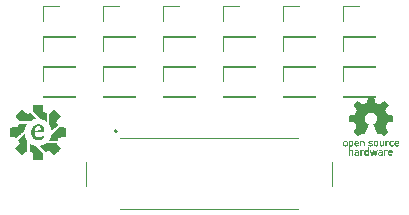
<source format=gbr>
%TF.GenerationSoftware,KiCad,Pcbnew,(6.0.0)*%
%TF.CreationDate,2022-01-24T18:04:17-05:00*%
%TF.ProjectId,3do switch,33646f20-7377-4697-9463-682e6b696361,rev?*%
%TF.SameCoordinates,Original*%
%TF.FileFunction,Legend,Top*%
%TF.FilePolarity,Positive*%
%FSLAX46Y46*%
G04 Gerber Fmt 4.6, Leading zero omitted, Abs format (unit mm)*
G04 Created by KiCad (PCBNEW (6.0.0)) date 2022-01-24 18:04:17*
%MOMM*%
%LPD*%
G01*
G04 APERTURE LIST*
%ADD10C,0.120000*%
%ADD11C,0.200000*%
%ADD12C,0.100000*%
G04 APERTURE END LIST*
D10*
%TO.C,J7*%
X153730000Y-92710000D02*
X153730000Y-92770000D01*
X151070000Y-92710000D02*
X151070000Y-92770000D01*
X151070000Y-92710000D02*
X153730000Y-92710000D01*
X151070000Y-91440000D02*
X151070000Y-90110000D01*
X151070000Y-92770000D02*
X153730000Y-92770000D01*
X151070000Y-90110000D02*
X152400000Y-90110000D01*
%TO.C,J2*%
X135830000Y-90230000D02*
X138490000Y-90230000D01*
X135830000Y-90170000D02*
X138490000Y-90170000D01*
X135830000Y-87570000D02*
X137160000Y-87570000D01*
X135830000Y-90170000D02*
X135830000Y-90230000D01*
X138490000Y-90170000D02*
X138490000Y-90230000D01*
X135830000Y-88900000D02*
X135830000Y-87570000D01*
%TO.C,J18*%
X156150000Y-87630000D02*
X156150000Y-87690000D01*
X156150000Y-86360000D02*
X156150000Y-85030000D01*
X156150000Y-87630000D02*
X158810000Y-87630000D01*
X156150000Y-87690000D02*
X158810000Y-87690000D01*
X156150000Y-85030000D02*
X157480000Y-85030000D01*
X158810000Y-87630000D02*
X158810000Y-87690000D01*
%TO.C,J8*%
X151070000Y-88900000D02*
X151070000Y-87570000D01*
X151070000Y-90170000D02*
X151070000Y-90230000D01*
X151070000Y-90230000D02*
X153730000Y-90230000D01*
X153730000Y-90170000D02*
X153730000Y-90230000D01*
X151070000Y-87570000D02*
X152400000Y-87570000D01*
X151070000Y-90170000D02*
X153730000Y-90170000D01*
%TO.C,G\u002A\u002A\u002A*%
G36*
X163564993Y-96460866D02*
G01*
X163600637Y-96466275D01*
X163633668Y-96473958D01*
X163656464Y-96481902D01*
X163680117Y-96493462D01*
X163701322Y-96505807D01*
X163717357Y-96517151D01*
X163725498Y-96525712D01*
X163725994Y-96527442D01*
X163722224Y-96534483D01*
X163712270Y-96548032D01*
X163698238Y-96565233D01*
X163697362Y-96566261D01*
X163668687Y-96599826D01*
X163633984Y-96580241D01*
X163603154Y-96567083D01*
X163568288Y-96558912D01*
X163533299Y-96556109D01*
X163502099Y-96559058D01*
X163483074Y-96565511D01*
X163463593Y-96580755D01*
X163453470Y-96599678D01*
X163452969Y-96619409D01*
X163462354Y-96637077D01*
X163475585Y-96647017D01*
X163490993Y-96652231D01*
X163513941Y-96656876D01*
X163539470Y-96659950D01*
X163539572Y-96659958D01*
X163591511Y-96665225D01*
X163632705Y-96672565D01*
X163664838Y-96682699D01*
X163689596Y-96696351D01*
X163708663Y-96714241D01*
X163723725Y-96737092D01*
X163724924Y-96739383D01*
X163736066Y-96771406D01*
X163740401Y-96807819D01*
X163737763Y-96843604D01*
X163729302Y-96871098D01*
X163707979Y-96902060D01*
X163676943Y-96927812D01*
X163638152Y-96947634D01*
X163593563Y-96960800D01*
X163545133Y-96966589D01*
X163494821Y-96964276D01*
X163482227Y-96962356D01*
X163457655Y-96956252D01*
X163429134Y-96946572D01*
X163408164Y-96937800D01*
X163385295Y-96925956D01*
X163362422Y-96912200D01*
X163342168Y-96898355D01*
X163327159Y-96886242D01*
X163320020Y-96877685D01*
X163319766Y-96876437D01*
X163324172Y-96870578D01*
X163335719Y-96858995D01*
X163352020Y-96844063D01*
X163354092Y-96842239D01*
X163388338Y-96812204D01*
X163416459Y-96831552D01*
X163454532Y-96853264D01*
X163493364Y-96865304D01*
X163537777Y-96869144D01*
X163539478Y-96869148D01*
X163580015Y-96866206D01*
X163609687Y-96857297D01*
X163628679Y-96842300D01*
X163637179Y-96821094D01*
X163637327Y-96805399D01*
X163633565Y-96790105D01*
X163624649Y-96778542D01*
X163608918Y-96769940D01*
X163584711Y-96763525D01*
X163550366Y-96758527D01*
X163532439Y-96756656D01*
X163481491Y-96749892D01*
X163441236Y-96740022D01*
X163410083Y-96726253D01*
X163386437Y-96707793D01*
X163368707Y-96683849D01*
X163362760Y-96672225D01*
X163355509Y-96649819D01*
X163351411Y-96624215D01*
X163351082Y-96616686D01*
X163356006Y-96572007D01*
X163371189Y-96534461D01*
X163396596Y-96504083D01*
X163432194Y-96480908D01*
X163477948Y-96464969D01*
X163504966Y-96459672D01*
X163531511Y-96458432D01*
X163564993Y-96460866D01*
G37*
G36*
X165361509Y-96458847D02*
G01*
X165385168Y-96462973D01*
X165395236Y-96465443D01*
X165435930Y-96479886D01*
X165474014Y-96500751D01*
X165504813Y-96525425D01*
X165507551Y-96528254D01*
X165517071Y-96539261D01*
X165518440Y-96546479D01*
X165512160Y-96555144D01*
X165510316Y-96557195D01*
X165497847Y-96569426D01*
X165481083Y-96584039D01*
X165475342Y-96588697D01*
X165452336Y-96606942D01*
X165423527Y-96586636D01*
X165404529Y-96574754D01*
X165386578Y-96568086D01*
X165364017Y-96564829D01*
X165352761Y-96564096D01*
X165312789Y-96565986D01*
X165280968Y-96576800D01*
X165256104Y-96597155D01*
X165239468Y-96622574D01*
X165231785Y-96639631D01*
X165227075Y-96656228D01*
X165224651Y-96676334D01*
X165223823Y-96703915D01*
X165223784Y-96712860D01*
X165224284Y-96743618D01*
X165226301Y-96765822D01*
X165230469Y-96783391D01*
X165237424Y-96800244D01*
X165238192Y-96801825D01*
X165258541Y-96830264D01*
X165286235Y-96850349D01*
X165318967Y-96861672D01*
X165354431Y-96863831D01*
X165390322Y-96856417D01*
X165424332Y-96839027D01*
X165429273Y-96835423D01*
X165451728Y-96818296D01*
X165475038Y-96836782D01*
X165492005Y-96851044D01*
X165506622Y-96864658D01*
X165510257Y-96868459D01*
X165518232Y-96878513D01*
X165517684Y-96885808D01*
X165510257Y-96894882D01*
X165485455Y-96916747D01*
X165453092Y-96937273D01*
X165418013Y-96953538D01*
X165406201Y-96957619D01*
X165377901Y-96965074D01*
X165352670Y-96967908D01*
X165324978Y-96966394D01*
X165300997Y-96962867D01*
X165263084Y-96951771D01*
X165224798Y-96932577D01*
X165191687Y-96908200D01*
X165185283Y-96902062D01*
X165158355Y-96866354D01*
X165138320Y-96822106D01*
X165125743Y-96771558D01*
X165121187Y-96716952D01*
X165124978Y-96662132D01*
X165138010Y-96605468D01*
X165159298Y-96558168D01*
X165188973Y-96520091D01*
X165227166Y-96491097D01*
X165274008Y-96471047D01*
X165312129Y-96462238D01*
X165339430Y-96458690D01*
X165361509Y-96458847D01*
G37*
G36*
X164396230Y-96634023D02*
G01*
X164396826Y-96685054D01*
X164397463Y-96725104D01*
X164398263Y-96755694D01*
X164399342Y-96778346D01*
X164400819Y-96794580D01*
X164402814Y-96805918D01*
X164405445Y-96813882D01*
X164408831Y-96819993D01*
X164410967Y-96822994D01*
X164432121Y-96846186D01*
X164454753Y-96859097D01*
X164482631Y-96863738D01*
X164487515Y-96863845D01*
X164522195Y-96859554D01*
X164549314Y-96845627D01*
X164570032Y-96821387D01*
X164574683Y-96812980D01*
X164578974Y-96804003D01*
X164582291Y-96794969D01*
X164584759Y-96784197D01*
X164586504Y-96770008D01*
X164587649Y-96750721D01*
X164588321Y-96724655D01*
X164588644Y-96690131D01*
X164588744Y-96645468D01*
X164588749Y-96624014D01*
X164588749Y-96462798D01*
X164688774Y-96462798D01*
X164688774Y-96962921D01*
X164588749Y-96962921D01*
X164588749Y-96913754D01*
X164557699Y-96934650D01*
X164516748Y-96955917D01*
X164474322Y-96966291D01*
X164432687Y-96965289D01*
X164423083Y-96963307D01*
X164379802Y-96946638D01*
X164343647Y-96919845D01*
X164315395Y-96883573D01*
X164306235Y-96866022D01*
X164302111Y-96856638D01*
X164298862Y-96847436D01*
X164296383Y-96836855D01*
X164294569Y-96823328D01*
X164293318Y-96805292D01*
X164292523Y-96781183D01*
X164292080Y-96749436D01*
X164291886Y-96708487D01*
X164291835Y-96656771D01*
X164291833Y-96650344D01*
X164291801Y-96465924D01*
X164343092Y-96464113D01*
X164394384Y-96462302D01*
X164396230Y-96634023D01*
G37*
G36*
X162954604Y-97254084D02*
G01*
X162968038Y-97259643D01*
X162985721Y-97268697D01*
X162997637Y-97276371D01*
X163000859Y-97280103D01*
X162997110Y-97286956D01*
X162987104Y-97300800D01*
X162972699Y-97319116D01*
X162966211Y-97327025D01*
X162931564Y-97368766D01*
X162911510Y-97356539D01*
X162882073Y-97345323D01*
X162851339Y-97345030D01*
X162822211Y-97354808D01*
X162797596Y-97373807D01*
X162783618Y-97394039D01*
X162779326Y-97403062D01*
X162776009Y-97412136D01*
X162773541Y-97422943D01*
X162771797Y-97437165D01*
X162770651Y-97456483D01*
X162769980Y-97482579D01*
X162769657Y-97517135D01*
X162769557Y-97561833D01*
X162769552Y-97583148D01*
X162769552Y-97744364D01*
X162669527Y-97744364D01*
X162669527Y-97250492D01*
X162769552Y-97250492D01*
X162769552Y-97301479D01*
X162794510Y-97280115D01*
X162829677Y-97257909D01*
X162869812Y-97245965D01*
X162912320Y-97244588D01*
X162954604Y-97254084D01*
G37*
G36*
X163898897Y-97419002D02*
G01*
X163913066Y-97462228D01*
X163926158Y-97501047D01*
X163937658Y-97534018D01*
X163947048Y-97559696D01*
X163953813Y-97576638D01*
X163957434Y-97583400D01*
X163957744Y-97583395D01*
X163960441Y-97576314D01*
X163965879Y-97558806D01*
X163973581Y-97532524D01*
X163983070Y-97499124D01*
X163993867Y-97460260D01*
X164004192Y-97422409D01*
X164015730Y-97379880D01*
X164026300Y-97341149D01*
X164035434Y-97307913D01*
X164042664Y-97281867D01*
X164047522Y-97264707D01*
X164049463Y-97258306D01*
X164056500Y-97253953D01*
X164074142Y-97251390D01*
X164103263Y-97250495D01*
X164105593Y-97250492D01*
X164132597Y-97250977D01*
X164148722Y-97252595D01*
X164155557Y-97255595D01*
X164155810Y-97258306D01*
X164153068Y-97266505D01*
X164147194Y-97284612D01*
X164138836Y-97310618D01*
X164128638Y-97342513D01*
X164117248Y-97378288D01*
X164117133Y-97378649D01*
X164103173Y-97422526D01*
X164086840Y-97473767D01*
X164069585Y-97527832D01*
X164052855Y-97580180D01*
X164040824Y-97617770D01*
X164000272Y-97744364D01*
X163910124Y-97744364D01*
X163860625Y-97578315D01*
X163847580Y-97534932D01*
X163835537Y-97495601D01*
X163824992Y-97461880D01*
X163816436Y-97435325D01*
X163810366Y-97417492D01*
X163807274Y-97409938D01*
X163807145Y-97409806D01*
X163804412Y-97414899D01*
X163798679Y-97430504D01*
X163790431Y-97455128D01*
X163780155Y-97487276D01*
X163768337Y-97525454D01*
X163755463Y-97568166D01*
X163753643Y-97574291D01*
X163704123Y-97741238D01*
X163658726Y-97743076D01*
X163632579Y-97743366D01*
X163617095Y-97741492D01*
X163610583Y-97737237D01*
X163610413Y-97736825D01*
X163607099Y-97726944D01*
X163600681Y-97707200D01*
X163591648Y-97679135D01*
X163580488Y-97644289D01*
X163567692Y-97604204D01*
X163553747Y-97560421D01*
X163539143Y-97514480D01*
X163524369Y-97467923D01*
X163509913Y-97422290D01*
X163496265Y-97379123D01*
X163483914Y-97339962D01*
X163473348Y-97306349D01*
X163465056Y-97279824D01*
X163459528Y-97261929D01*
X163457252Y-97254205D01*
X163457221Y-97254029D01*
X163462992Y-97252426D01*
X163478387Y-97251203D01*
X163500526Y-97250550D01*
X163510065Y-97250492D01*
X163562909Y-97250492D01*
X163568448Y-97270810D01*
X163571600Y-97282430D01*
X163577486Y-97304182D01*
X163585582Y-97334124D01*
X163595362Y-97370316D01*
X163606303Y-97410819D01*
X163614065Y-97439565D01*
X163625233Y-97480475D01*
X163635456Y-97517062D01*
X163644258Y-97547694D01*
X163651165Y-97570741D01*
X163655701Y-97584573D01*
X163657270Y-97587917D01*
X163659908Y-97582185D01*
X163665805Y-97566040D01*
X163674449Y-97540989D01*
X163685330Y-97508542D01*
X163697936Y-97470207D01*
X163711757Y-97427491D01*
X163713927Y-97420724D01*
X163767459Y-97253618D01*
X163805839Y-97251764D01*
X163844219Y-97249911D01*
X163898897Y-97419002D01*
G37*
G36*
X161207924Y-96615908D02*
G01*
X161218378Y-96580103D01*
X161234249Y-96549849D01*
X161256248Y-96522975D01*
X161265719Y-96513789D01*
X161305089Y-96485134D01*
X161348116Y-96467034D01*
X161393003Y-96459129D01*
X161437955Y-96461056D01*
X161481176Y-96472456D01*
X161520871Y-96492967D01*
X161555243Y-96522228D01*
X161582497Y-96559878D01*
X161591926Y-96579377D01*
X161599106Y-96604811D01*
X161604084Y-96639300D01*
X161606863Y-96679595D01*
X161607445Y-96722443D01*
X161605834Y-96764595D01*
X161602031Y-96802798D01*
X161596041Y-96833802D01*
X161591695Y-96846896D01*
X161569178Y-96886289D01*
X161538097Y-96919732D01*
X161501070Y-96944783D01*
X161475483Y-96955277D01*
X161438255Y-96963121D01*
X161397686Y-96965788D01*
X161362458Y-96963036D01*
X161317470Y-96948863D01*
X161276457Y-96923032D01*
X161260899Y-96909091D01*
X161237617Y-96881840D01*
X161220568Y-96851065D01*
X161209113Y-96814692D01*
X161202611Y-96770644D01*
X161200424Y-96716846D01*
X161200416Y-96712860D01*
X161303566Y-96712860D01*
X161304347Y-96753214D01*
X161307187Y-96783524D01*
X161312830Y-96806180D01*
X161322023Y-96823574D01*
X161335509Y-96838094D01*
X161344969Y-96845678D01*
X161372617Y-96859083D01*
X161405090Y-96863697D01*
X161438301Y-96859496D01*
X161468158Y-96846454D01*
X161468193Y-96846431D01*
X161483929Y-96831791D01*
X161495182Y-96810494D01*
X161502390Y-96781015D01*
X161505991Y-96741827D01*
X161506604Y-96712622D01*
X161506359Y-96679832D01*
X161505189Y-96656421D01*
X161502657Y-96639273D01*
X161498328Y-96625271D01*
X161492675Y-96613059D01*
X161473162Y-96587171D01*
X161447431Y-96570271D01*
X161417961Y-96562361D01*
X161387228Y-96563446D01*
X161357709Y-96573528D01*
X161331882Y-96592609D01*
X161316407Y-96612856D01*
X161310893Y-96623818D01*
X161307198Y-96636236D01*
X161304976Y-96652807D01*
X161303882Y-96676228D01*
X161303568Y-96709198D01*
X161303566Y-96712860D01*
X161200416Y-96712860D01*
X161202174Y-96659437D01*
X161207924Y-96615908D01*
G37*
G36*
X165556994Y-96631537D02*
G01*
X165574106Y-96578495D01*
X165599239Y-96534780D01*
X165632169Y-96500633D01*
X165672671Y-96476291D01*
X165715267Y-96462995D01*
X165764392Y-96459200D01*
X165812096Y-96467477D01*
X165856916Y-96487394D01*
X165894516Y-96515789D01*
X165918249Y-96541071D01*
X165935270Y-96567451D01*
X165946639Y-96597731D01*
X165953417Y-96634718D01*
X165956622Y-96680039D01*
X165959186Y-96750369D01*
X165651511Y-96750369D01*
X165651511Y-96767799D01*
X165655703Y-96789144D01*
X165666490Y-96813823D01*
X165681184Y-96836790D01*
X165696750Y-96852748D01*
X165716254Y-96861555D01*
X165743149Y-96866956D01*
X165772681Y-96868513D01*
X165800095Y-96865786D01*
X165809955Y-96863217D01*
X165830103Y-96854624D01*
X165851265Y-96842850D01*
X165854816Y-96840524D01*
X165877443Y-96825169D01*
X165911388Y-96854170D01*
X165928093Y-96869098D01*
X165940211Y-96881179D01*
X165945302Y-96887966D01*
X165945333Y-96888207D01*
X165940910Y-96894868D01*
X165929731Y-96905882D01*
X165923250Y-96911447D01*
X165877918Y-96940941D01*
X165827452Y-96959787D01*
X165774105Y-96967426D01*
X165720130Y-96963295D01*
X165717152Y-96962708D01*
X165668788Y-96947074D01*
X165628048Y-96921624D01*
X165595298Y-96886724D01*
X165570903Y-96842741D01*
X165558300Y-96803969D01*
X165554012Y-96777379D01*
X165551549Y-96743025D01*
X165550946Y-96705519D01*
X165552238Y-96669472D01*
X165552278Y-96669099D01*
X165651511Y-96669099D01*
X165859203Y-96669099D01*
X165854909Y-96645656D01*
X165843114Y-96609713D01*
X165823028Y-96582311D01*
X165795667Y-96564359D01*
X165762051Y-96556768D01*
X165755202Y-96556571D01*
X165726697Y-96559620D01*
X165702480Y-96567698D01*
X165701581Y-96568170D01*
X165682437Y-96583933D01*
X165665765Y-96607124D01*
X165654550Y-96632786D01*
X165651511Y-96651328D01*
X165651511Y-96669099D01*
X165552278Y-96669099D01*
X165555460Y-96639494D01*
X165556994Y-96631537D01*
G37*
G36*
X164964657Y-97255579D02*
G01*
X165000685Y-97274426D01*
X165003377Y-97279283D01*
X165000490Y-97287879D01*
X164991049Y-97301992D01*
X164974080Y-97323397D01*
X164973301Y-97324346D01*
X164937206Y-97368221D01*
X164912728Y-97355462D01*
X164881401Y-97345525D01*
X164849879Y-97346753D01*
X164820887Y-97358292D01*
X164797153Y-97379290D01*
X164787245Y-97394722D01*
X164783882Y-97402595D01*
X164781277Y-97412474D01*
X164779335Y-97425944D01*
X164777964Y-97444591D01*
X164777070Y-97470000D01*
X164776559Y-97503757D01*
X164776338Y-97547446D01*
X164776305Y-97580261D01*
X164776295Y-97744364D01*
X164676271Y-97744364D01*
X164676271Y-97250492D01*
X164776295Y-97250492D01*
X164776295Y-97294889D01*
X164798163Y-97278210D01*
X164836140Y-97256756D01*
X164878323Y-97245800D01*
X164922050Y-97245391D01*
X164964657Y-97255579D01*
G37*
G36*
X165047295Y-96461486D02*
G01*
X165084683Y-96469594D01*
X165112158Y-96482421D01*
X165132720Y-96495129D01*
X165120520Y-96511784D01*
X165109374Y-96526055D01*
X165094083Y-96544505D01*
X165084309Y-96555863D01*
X165060297Y-96583286D01*
X165040512Y-96573054D01*
X165015575Y-96565096D01*
X164986885Y-96563181D01*
X164959775Y-96567232D01*
X164943180Y-96574468D01*
X164932270Y-96581898D01*
X164923622Y-96589178D01*
X164916943Y-96597801D01*
X164911940Y-96609263D01*
X164908320Y-96625055D01*
X164905791Y-96646674D01*
X164904058Y-96675612D01*
X164902830Y-96713364D01*
X164901813Y-96761424D01*
X164901326Y-96787878D01*
X164898200Y-96959796D01*
X164846625Y-96961611D01*
X164795050Y-96963427D01*
X164795050Y-96462293D01*
X164846625Y-96464108D01*
X164898200Y-96465924D01*
X164901326Y-96490400D01*
X164903804Y-96505413D01*
X164906912Y-96509819D01*
X164912185Y-96505481D01*
X164912969Y-96504542D01*
X164938175Y-96483131D01*
X164970995Y-96468593D01*
X165008384Y-96461265D01*
X165047295Y-96461486D01*
G37*
G36*
X163801506Y-96654460D02*
G01*
X163806502Y-96615000D01*
X163814405Y-96583404D01*
X163816555Y-96577796D01*
X163839754Y-96537152D01*
X163870843Y-96504667D01*
X163908002Y-96480621D01*
X163949414Y-96465294D01*
X163993257Y-96458968D01*
X164037715Y-96461922D01*
X164080966Y-96474438D01*
X164121192Y-96496796D01*
X164153529Y-96525813D01*
X164171421Y-96547655D01*
X164184676Y-96569350D01*
X164193932Y-96593289D01*
X164199824Y-96621867D01*
X164202988Y-96657476D01*
X164204061Y-96702509D01*
X164204076Y-96715986D01*
X164203784Y-96753881D01*
X164202898Y-96781993D01*
X164201118Y-96803039D01*
X164198143Y-96819735D01*
X164193674Y-96834799D01*
X164189811Y-96845035D01*
X164171370Y-96878013D01*
X164144392Y-96909539D01*
X164112615Y-96935797D01*
X164086858Y-96950182D01*
X164052214Y-96960546D01*
X164011970Y-96965441D01*
X163972045Y-96964265D01*
X163962256Y-96962858D01*
X163916169Y-96948832D01*
X163875489Y-96924331D01*
X163842048Y-96890762D01*
X163819063Y-96852669D01*
X163809981Y-96824055D01*
X163803654Y-96786582D01*
X163800112Y-96743596D01*
X163799614Y-96712622D01*
X163901217Y-96712622D01*
X163902648Y-96758243D01*
X163907290Y-96793237D01*
X163915962Y-96819248D01*
X163929484Y-96837919D01*
X163948675Y-96850895D01*
X163974355Y-96859820D01*
X163974593Y-96859881D01*
X164011133Y-96863735D01*
X164044176Y-96856316D01*
X164063136Y-96845466D01*
X164079187Y-96831558D01*
X164090564Y-96816017D01*
X164098008Y-96796462D01*
X164102256Y-96770510D01*
X164104048Y-96735778D01*
X164104255Y-96712860D01*
X164103996Y-96678861D01*
X164102989Y-96654662D01*
X164100888Y-96637566D01*
X164097345Y-96624874D01*
X164092015Y-96613891D01*
X164091414Y-96612856D01*
X164068888Y-96585289D01*
X164040170Y-96568568D01*
X164005487Y-96562825D01*
X164004771Y-96562823D01*
X163968643Y-96567473D01*
X163940344Y-96581670D01*
X163919209Y-96605788D01*
X163915146Y-96613059D01*
X163908871Y-96626870D01*
X163904778Y-96641081D01*
X163902430Y-96658809D01*
X163901393Y-96683170D01*
X163901217Y-96712622D01*
X163799614Y-96712622D01*
X163799386Y-96698440D01*
X163801506Y-96654460D01*
G37*
G36*
X162183894Y-96579101D02*
G01*
X162205798Y-96538073D01*
X162226152Y-96513288D01*
X162262052Y-96485782D01*
X162303372Y-96468143D01*
X162347907Y-96460332D01*
X162393448Y-96462312D01*
X162437787Y-96474044D01*
X162478717Y-96495489D01*
X162506090Y-96518165D01*
X162532648Y-96550759D01*
X162551600Y-96588594D01*
X162563514Y-96633407D01*
X162568960Y-96686930D01*
X162569455Y-96711297D01*
X162569502Y-96750369D01*
X162256359Y-96750369D01*
X162260532Y-96773812D01*
X162271862Y-96809670D01*
X162291116Y-96838031D01*
X162316314Y-96856645D01*
X162352809Y-96867639D01*
X162392307Y-96867834D01*
X162432179Y-96857592D01*
X162469796Y-96837275D01*
X162472864Y-96835052D01*
X162480121Y-96830788D01*
X162487438Y-96830842D01*
X162497584Y-96836362D01*
X162513330Y-96848494D01*
X162521488Y-96855185D01*
X162557349Y-96884777D01*
X162528857Y-96910966D01*
X162506872Y-96928007D01*
X162481673Y-96943062D01*
X162467701Y-96949376D01*
X162432580Y-96959114D01*
X162392941Y-96964766D01*
X162354307Y-96965811D01*
X162326516Y-96962715D01*
X162283452Y-96948874D01*
X162244373Y-96926949D01*
X162221209Y-96907443D01*
X162195244Y-96872730D01*
X162176207Y-96830000D01*
X162164068Y-96781625D01*
X162158797Y-96729975D01*
X162160364Y-96677424D01*
X162161729Y-96669099D01*
X162257238Y-96669099D01*
X162463226Y-96669099D01*
X162463226Y-96651328D01*
X162458339Y-96627179D01*
X162445667Y-96601635D01*
X162428195Y-96579653D01*
X162413156Y-96568170D01*
X162384414Y-96558494D01*
X162352499Y-96556741D01*
X162322371Y-96562794D01*
X162306299Y-96570720D01*
X162284016Y-96592597D01*
X162267796Y-96623361D01*
X162260906Y-96648781D01*
X162257238Y-96669099D01*
X162161729Y-96669099D01*
X162168740Y-96626342D01*
X162183894Y-96579101D01*
G37*
G36*
X161794312Y-96462798D02*
G01*
X161794312Y-96511965D01*
X161825362Y-96491070D01*
X161865543Y-96470547D01*
X161907145Y-96460892D01*
X161948346Y-96461514D01*
X161987328Y-96471821D01*
X162022270Y-96491222D01*
X162051352Y-96519125D01*
X162072756Y-96554939D01*
X162079452Y-96573668D01*
X162083827Y-96596517D01*
X162086986Y-96628754D01*
X162088928Y-96667334D01*
X162089651Y-96709209D01*
X162089156Y-96751333D01*
X162087441Y-96790661D01*
X162084505Y-96824146D01*
X162080348Y-96848742D01*
X162079536Y-96851763D01*
X162062086Y-96890746D01*
X162035496Y-96922870D01*
X162001758Y-96946972D01*
X161962864Y-96961887D01*
X161920806Y-96966451D01*
X161889771Y-96962693D01*
X161867560Y-96955327D01*
X161842338Y-96943433D01*
X161827132Y-96934443D01*
X161794312Y-96912781D01*
X161794312Y-97103886D01*
X161794410Y-97159612D01*
X161794734Y-97203893D01*
X161795329Y-97237785D01*
X161796239Y-97262346D01*
X161797508Y-97278631D01*
X161799180Y-97287698D01*
X161801299Y-97290602D01*
X161802126Y-97290376D01*
X161812225Y-97283746D01*
X161826666Y-97273586D01*
X161828695Y-97272116D01*
X161864462Y-97253430D01*
X161904609Y-97244657D01*
X161946208Y-97245566D01*
X161986329Y-97255927D01*
X162022044Y-97275508D01*
X162037206Y-97288557D01*
X162049897Y-97301460D01*
X162060116Y-97313126D01*
X162068145Y-97325054D01*
X162074265Y-97338744D01*
X162078760Y-97355694D01*
X162081912Y-97377404D01*
X162084002Y-97405373D01*
X162085314Y-97441100D01*
X162086129Y-97486085D01*
X162086729Y-97541827D01*
X162086827Y-97552129D01*
X162088646Y-97744364D01*
X161988109Y-97744364D01*
X161988100Y-97580261D01*
X161987966Y-97525995D01*
X161987397Y-97482721D01*
X161986127Y-97448927D01*
X161983893Y-97423103D01*
X161980429Y-97403738D01*
X161975472Y-97389322D01*
X161968756Y-97378344D01*
X161960018Y-97369294D01*
X161949751Y-97361214D01*
X161922380Y-97348325D01*
X161891479Y-97345062D01*
X161860488Y-97350771D01*
X161832851Y-97364799D01*
X161812008Y-97386494D01*
X161811397Y-97387461D01*
X161807203Y-97394706D01*
X161803920Y-97402412D01*
X161801413Y-97412172D01*
X161799549Y-97425577D01*
X161798195Y-97444222D01*
X161797217Y-97469697D01*
X161796481Y-97503597D01*
X161795855Y-97547512D01*
X161795502Y-97577135D01*
X161793566Y-97744364D01*
X161694287Y-97744364D01*
X161694287Y-96725623D01*
X161793912Y-96725623D01*
X161797243Y-96765414D01*
X161805033Y-96801046D01*
X161817301Y-96829379D01*
X161823296Y-96837764D01*
X161843881Y-96853372D01*
X161871349Y-96862293D01*
X161901777Y-96864127D01*
X161931244Y-96858480D01*
X161948309Y-96850429D01*
X161961924Y-96840073D01*
X161971790Y-96827347D01*
X161978468Y-96810193D01*
X161982518Y-96786556D01*
X161984502Y-96754380D01*
X161984984Y-96715986D01*
X161984699Y-96678724D01*
X161983677Y-96651514D01*
X161981669Y-96631916D01*
X161978425Y-96617489D01*
X161973714Y-96605828D01*
X161957298Y-96582914D01*
X161934605Y-96569064D01*
X161904142Y-96563596D01*
X161881847Y-96564032D01*
X161859125Y-96566336D01*
X161844522Y-96570372D01*
X161833655Y-96577959D01*
X161824800Y-96587694D01*
X161810484Y-96612709D01*
X161800551Y-96646130D01*
X161795021Y-96684815D01*
X161793912Y-96725623D01*
X161694287Y-96725623D01*
X161694287Y-96462798D01*
X161794312Y-96462798D01*
G37*
G36*
X163010236Y-97500554D02*
G01*
X163010534Y-97449432D01*
X163011735Y-97408955D01*
X163014295Y-97377270D01*
X163018671Y-97352528D01*
X163025322Y-97332877D01*
X163034704Y-97316465D01*
X163047274Y-97301443D01*
X163063188Y-97286230D01*
X163094730Y-97262925D01*
X163128105Y-97249481D01*
X163167283Y-97244433D01*
X163176627Y-97244302D01*
X163204083Y-97247443D01*
X163233133Y-97255674D01*
X163259405Y-97267342D01*
X163278526Y-97280796D01*
X163281380Y-97283881D01*
X163290540Y-97292273D01*
X163295314Y-97294253D01*
X163297033Y-97288315D01*
X163298695Y-97271758D01*
X163300193Y-97246464D01*
X163301420Y-97214317D01*
X163302268Y-97177201D01*
X163302363Y-97170785D01*
X163304058Y-97047317D01*
X163352508Y-97045491D01*
X163400957Y-97043665D01*
X163400957Y-97744364D01*
X163300932Y-97744364D01*
X163300932Y-97722483D01*
X163299274Y-97706086D01*
X163293775Y-97701470D01*
X163283648Y-97708290D01*
X163279171Y-97712975D01*
X163262795Y-97725019D01*
X163238305Y-97736148D01*
X163210078Y-97744859D01*
X163182487Y-97749651D01*
X163170978Y-97750122D01*
X163146154Y-97747683D01*
X163121202Y-97742243D01*
X163115795Y-97740505D01*
X163082657Y-97723135D01*
X163052302Y-97697005D01*
X163028805Y-97665791D01*
X163024851Y-97658388D01*
X163019907Y-97647724D01*
X163016223Y-97637291D01*
X163013615Y-97625095D01*
X163011897Y-97609143D01*
X163010886Y-97587442D01*
X163010396Y-97557999D01*
X163010278Y-97527486D01*
X163108056Y-97527486D01*
X163112603Y-97569552D01*
X163122300Y-97601685D01*
X163137431Y-97624740D01*
X163158281Y-97639566D01*
X163164451Y-97642097D01*
X163197227Y-97649449D01*
X163228004Y-97645832D01*
X163248365Y-97637811D01*
X163266363Y-97627296D01*
X163279519Y-97614413D01*
X163288537Y-97597164D01*
X163294121Y-97573550D01*
X163296976Y-97541573D01*
X163297804Y-97499233D01*
X163297805Y-97497428D01*
X163297546Y-97462439D01*
X163296547Y-97437222D01*
X163294476Y-97419052D01*
X163291003Y-97405206D01*
X163285794Y-97392958D01*
X163284875Y-97391152D01*
X163266249Y-97367231D01*
X163241259Y-97351665D01*
X163212662Y-97344486D01*
X163183212Y-97345724D01*
X163155665Y-97355411D01*
X163132776Y-97373578D01*
X163122028Y-97389312D01*
X163115445Y-97408902D01*
X163110862Y-97439000D01*
X163108372Y-97474638D01*
X163108056Y-97527486D01*
X163010278Y-97527486D01*
X163010244Y-97518820D01*
X163010236Y-97500554D01*
G37*
G36*
X163641147Y-92749406D02*
G01*
X163691844Y-92749508D01*
X163732396Y-92749748D01*
X163763982Y-92750181D01*
X163787781Y-92750864D01*
X163804972Y-92751854D01*
X163816734Y-92753207D01*
X163824246Y-92754980D01*
X163828686Y-92757228D01*
X163831235Y-92760010D01*
X163832108Y-92761505D01*
X163834678Y-92770210D01*
X163839204Y-92789795D01*
X163845398Y-92818839D01*
X163852971Y-92855921D01*
X163861633Y-92899621D01*
X163871095Y-92948520D01*
X163881068Y-93001196D01*
X163882715Y-93010004D01*
X163892763Y-93062967D01*
X163902416Y-93112209D01*
X163911379Y-93156339D01*
X163919355Y-93193968D01*
X163926050Y-93223705D01*
X163931165Y-93244161D01*
X163934407Y-93253946D01*
X163934759Y-93254457D01*
X163943050Y-93259406D01*
X163961149Y-93268103D01*
X163987202Y-93279788D01*
X164019352Y-93293700D01*
X164055746Y-93309079D01*
X164094530Y-93325166D01*
X164133848Y-93341200D01*
X164171846Y-93356422D01*
X164206669Y-93370071D01*
X164236463Y-93381387D01*
X164259374Y-93389611D01*
X164273546Y-93393981D01*
X164276449Y-93394485D01*
X164285327Y-93391783D01*
X164302018Y-93383093D01*
X164326931Y-93368158D01*
X164360477Y-93346719D01*
X164403064Y-93318517D01*
X164455103Y-93283294D01*
X164485329Y-93262601D01*
X164537697Y-93226641D01*
X164580738Y-93197134D01*
X164615437Y-93173465D01*
X164642782Y-93155019D01*
X164663759Y-93141181D01*
X164679353Y-93131336D01*
X164690552Y-93124870D01*
X164698342Y-93121169D01*
X164703709Y-93119616D01*
X164707639Y-93119597D01*
X164711120Y-93120499D01*
X164712570Y-93120967D01*
X164720560Y-93126500D01*
X164735784Y-93139775D01*
X164757068Y-93159596D01*
X164783237Y-93184767D01*
X164813115Y-93214092D01*
X164845527Y-93246373D01*
X164879298Y-93280415D01*
X164913254Y-93315023D01*
X164946218Y-93348999D01*
X164977015Y-93381147D01*
X165004472Y-93410271D01*
X165027411Y-93435176D01*
X165044659Y-93454664D01*
X165055040Y-93467539D01*
X165057615Y-93472199D01*
X165054175Y-93480076D01*
X165044375Y-93497008D01*
X165028993Y-93521784D01*
X165008809Y-93553195D01*
X164984600Y-93590031D01*
X164957147Y-93631082D01*
X164927227Y-93675138D01*
X164923207Y-93681009D01*
X164882854Y-93740317D01*
X164849586Y-93790165D01*
X164823476Y-93830440D01*
X164804595Y-93861026D01*
X164793018Y-93881809D01*
X164788815Y-93892674D01*
X164788798Y-93893039D01*
X164791265Y-93904109D01*
X164798147Y-93924451D01*
X164808667Y-93952271D01*
X164822049Y-93985776D01*
X164837517Y-94023174D01*
X164854294Y-94062672D01*
X164871604Y-94102476D01*
X164888669Y-94140794D01*
X164904714Y-94175833D01*
X164918962Y-94205799D01*
X164930636Y-94228900D01*
X164938960Y-94243343D01*
X164942200Y-94247235D01*
X164951142Y-94250301D01*
X164970912Y-94255253D01*
X165000031Y-94261780D01*
X165037017Y-94269570D01*
X165080392Y-94278311D01*
X165128676Y-94287689D01*
X165176633Y-94296699D01*
X165228208Y-94306325D01*
X165276311Y-94315474D01*
X165319453Y-94323851D01*
X165356144Y-94331158D01*
X165384892Y-94337099D01*
X165404209Y-94341378D01*
X165412389Y-94343600D01*
X165426455Y-94349510D01*
X165426455Y-94599037D01*
X165426424Y-94661644D01*
X165426298Y-94712903D01*
X165426026Y-94753969D01*
X165425559Y-94785997D01*
X165424848Y-94810144D01*
X165423842Y-94827563D01*
X165422492Y-94839409D01*
X165420748Y-94846839D01*
X165418561Y-94851007D01*
X165415881Y-94853069D01*
X165415515Y-94853233D01*
X165407027Y-94855428D01*
X165387696Y-94859615D01*
X165358973Y-94865504D01*
X165322310Y-94872806D01*
X165279156Y-94881233D01*
X165230964Y-94890496D01*
X165179886Y-94900173D01*
X165117302Y-94912073D01*
X165066124Y-94922106D01*
X165025429Y-94930480D01*
X164994294Y-94937406D01*
X164971796Y-94943095D01*
X164957011Y-94947757D01*
X164949017Y-94951601D01*
X164947399Y-94953108D01*
X164943171Y-94961448D01*
X164934987Y-94979875D01*
X164923493Y-95006850D01*
X164909333Y-95040836D01*
X164893154Y-95080294D01*
X164875600Y-95123684D01*
X164869757Y-95138250D01*
X164846766Y-95196390D01*
X164828743Y-95243565D01*
X164815535Y-95280215D01*
X164806988Y-95306780D01*
X164802947Y-95323701D01*
X164802675Y-95329813D01*
X164806784Y-95338820D01*
X164817228Y-95356777D01*
X164833175Y-95382391D01*
X164853791Y-95414366D01*
X164878245Y-95451409D01*
X164905704Y-95492226D01*
X164931526Y-95530001D01*
X164960757Y-95572746D01*
X164987592Y-95612557D01*
X165011223Y-95648192D01*
X165030844Y-95678411D01*
X165045648Y-95701972D01*
X165054828Y-95717635D01*
X165057615Y-95723948D01*
X165053317Y-95730628D01*
X165041062Y-95745065D01*
X165021804Y-95766246D01*
X164996498Y-95793158D01*
X164966098Y-95824790D01*
X164931561Y-95860130D01*
X164893840Y-95898165D01*
X164883656Y-95908343D01*
X164838398Y-95953362D01*
X164801083Y-95990140D01*
X164770928Y-96019390D01*
X164747149Y-96041827D01*
X164728962Y-96058161D01*
X164715583Y-96069106D01*
X164706229Y-96075376D01*
X164700115Y-96077681D01*
X164697673Y-96077458D01*
X164689838Y-96072975D01*
X164672983Y-96062229D01*
X164648375Y-96046066D01*
X164617281Y-96025330D01*
X164580970Y-96000865D01*
X164540708Y-95973514D01*
X164504985Y-95949082D01*
X164462442Y-95920128D01*
X164422776Y-95893574D01*
X164387250Y-95870232D01*
X164357128Y-95850915D01*
X164333673Y-95836434D01*
X164318149Y-95827601D01*
X164312152Y-95825141D01*
X164302529Y-95827990D01*
X164284245Y-95835827D01*
X164259579Y-95847591D01*
X164230814Y-95862219D01*
X164217747Y-95869128D01*
X164188011Y-95884520D01*
X164161454Y-95897313D01*
X164140329Y-95906494D01*
X164126887Y-95911047D01*
X164123996Y-95911325D01*
X164120606Y-95908452D01*
X164115281Y-95900185D01*
X164107738Y-95885879D01*
X164097691Y-95864888D01*
X164084857Y-95836569D01*
X164068951Y-95800276D01*
X164049691Y-95755365D01*
X164026790Y-95701190D01*
X163999967Y-95637107D01*
X163968935Y-95562472D01*
X163947390Y-95510449D01*
X163919701Y-95443343D01*
X163893469Y-95379434D01*
X163869081Y-95319689D01*
X163846927Y-95265076D01*
X163827393Y-95216561D01*
X163810869Y-95175111D01*
X163797743Y-95141694D01*
X163788403Y-95117276D01*
X163783237Y-95102824D01*
X163782301Y-95099273D01*
X163787759Y-95087847D01*
X163802657Y-95074321D01*
X163808870Y-95070067D01*
X163826656Y-95058132D01*
X163850060Y-95041793D01*
X163874684Y-95024131D01*
X163880392Y-95019960D01*
X163941133Y-94967961D01*
X163992184Y-94908842D01*
X164033213Y-94843777D01*
X164063886Y-94773939D01*
X164083874Y-94700501D01*
X164092842Y-94624636D01*
X164090458Y-94547516D01*
X164076391Y-94470314D01*
X164054669Y-94404684D01*
X164035103Y-94361811D01*
X164012112Y-94323186D01*
X163983393Y-94285485D01*
X163946644Y-94245386D01*
X163938589Y-94237248D01*
X163883189Y-94187993D01*
X163825487Y-94149533D01*
X163762639Y-94120173D01*
X163716660Y-94104870D01*
X163671965Y-94095565D01*
X163619790Y-94090421D01*
X163564444Y-94089439D01*
X163510236Y-94092619D01*
X163461475Y-94099961D01*
X163441592Y-94104870D01*
X163367943Y-94132327D01*
X163299930Y-94170104D01*
X163238567Y-94217119D01*
X163184869Y-94272286D01*
X163139850Y-94334523D01*
X163104525Y-94402745D01*
X163079907Y-94475870D01*
X163075233Y-94496288D01*
X163065205Y-94574841D01*
X163067194Y-94652763D01*
X163080726Y-94728831D01*
X163105328Y-94801825D01*
X163140528Y-94870520D01*
X163185853Y-94933696D01*
X163240829Y-94990131D01*
X163277860Y-95019960D01*
X163302114Y-95037478D01*
X163326222Y-95054425D01*
X163345788Y-95067721D01*
X163349382Y-95070067D01*
X163366766Y-95083750D01*
X163375398Y-95096090D01*
X163375951Y-95099273D01*
X163373612Y-95106954D01*
X163366855Y-95125210D01*
X163356067Y-95153075D01*
X163341637Y-95189580D01*
X163323953Y-95233760D01*
X163303403Y-95284647D01*
X163280376Y-95341273D01*
X163255260Y-95402673D01*
X163228443Y-95467880D01*
X163210862Y-95510449D01*
X163177071Y-95591973D01*
X163147664Y-95662543D01*
X163122357Y-95722804D01*
X163100866Y-95773400D01*
X163082907Y-95814977D01*
X163068197Y-95848179D01*
X163056450Y-95873651D01*
X163047383Y-95892039D01*
X163040712Y-95903986D01*
X163036152Y-95910138D01*
X163034256Y-95911325D01*
X163024888Y-95909117D01*
X163006850Y-95901838D01*
X162982394Y-95890502D01*
X162953773Y-95876123D01*
X162940504Y-95869128D01*
X162910676Y-95853594D01*
X162883967Y-95840468D01*
X162862659Y-95830812D01*
X162849031Y-95825687D01*
X162846100Y-95825141D01*
X162838246Y-95828579D01*
X162821396Y-95838350D01*
X162796813Y-95853642D01*
X162765761Y-95873644D01*
X162729503Y-95897542D01*
X162689302Y-95924526D01*
X162653267Y-95949082D01*
X162610677Y-95978193D01*
X162570980Y-96005125D01*
X162535443Y-96029033D01*
X162505333Y-96049073D01*
X162481918Y-96064400D01*
X162466464Y-96074169D01*
X162460578Y-96077458D01*
X162456034Y-96077190D01*
X162448720Y-96073387D01*
X162437852Y-96065336D01*
X162422647Y-96052324D01*
X162402321Y-96033638D01*
X162376090Y-96008566D01*
X162343169Y-95976395D01*
X162302776Y-95936412D01*
X162274595Y-95908343D01*
X162236205Y-95869775D01*
X162200750Y-95833639D01*
X162169186Y-95800948D01*
X162142468Y-95772715D01*
X162121549Y-95749950D01*
X162107386Y-95733668D01*
X162100934Y-95724879D01*
X162100637Y-95723948D01*
X162104080Y-95716434D01*
X162113871Y-95699907D01*
X162129204Y-95675609D01*
X162149271Y-95644781D01*
X162173266Y-95608662D01*
X162200383Y-95568495D01*
X162226726Y-95530001D01*
X162256129Y-95486944D01*
X162283256Y-95446529D01*
X162307274Y-95410050D01*
X162327351Y-95378802D01*
X162342653Y-95354078D01*
X162352348Y-95337173D01*
X162355576Y-95329813D01*
X162354435Y-95319039D01*
X162348889Y-95298911D01*
X162338786Y-95268990D01*
X162323969Y-95228836D01*
X162304286Y-95178008D01*
X162288495Y-95138250D01*
X162270635Y-95093920D01*
X162253942Y-95053027D01*
X162239062Y-95017110D01*
X162226638Y-94987708D01*
X162217317Y-94966358D01*
X162211744Y-94954600D01*
X162210853Y-94953108D01*
X162205591Y-94949560D01*
X162193950Y-94945289D01*
X162175007Y-94940085D01*
X162147839Y-94933736D01*
X162111523Y-94926034D01*
X162065136Y-94916767D01*
X162007755Y-94905726D01*
X161978366Y-94900173D01*
X161926623Y-94890369D01*
X161878488Y-94881116D01*
X161835411Y-94872702D01*
X161798843Y-94865416D01*
X161770235Y-94859547D01*
X161751039Y-94855385D01*
X161742736Y-94853233D01*
X161739992Y-94851351D01*
X161737747Y-94847504D01*
X161735952Y-94840537D01*
X161734556Y-94829295D01*
X161733511Y-94812623D01*
X161732766Y-94789366D01*
X161732272Y-94758368D01*
X161731979Y-94718474D01*
X161731837Y-94668530D01*
X161731797Y-94607380D01*
X161731796Y-94599037D01*
X161731796Y-94349510D01*
X161745862Y-94343600D01*
X161755116Y-94341125D01*
X161775181Y-94336713D01*
X161804568Y-94330660D01*
X161841787Y-94323264D01*
X161885347Y-94314820D01*
X161933759Y-94305626D01*
X161981618Y-94296699D01*
X162033136Y-94287008D01*
X162081120Y-94277665D01*
X162124090Y-94268982D01*
X162160567Y-94261271D01*
X162189070Y-94254846D01*
X162208119Y-94250017D01*
X162216051Y-94247235D01*
X162221787Y-94239366D01*
X162231377Y-94221676D01*
X162244044Y-94195958D01*
X162259012Y-94164004D01*
X162275504Y-94127609D01*
X162292744Y-94088564D01*
X162309955Y-94048663D01*
X162326360Y-94009699D01*
X162341183Y-93973465D01*
X162353648Y-93941753D01*
X162362978Y-93916357D01*
X162368397Y-93899070D01*
X162369453Y-93893039D01*
X162365739Y-93882831D01*
X162354645Y-93862699D01*
X162336244Y-93832756D01*
X162310608Y-93793116D01*
X162277810Y-93743896D01*
X162237922Y-93685208D01*
X162235045Y-93681009D01*
X162204863Y-93636652D01*
X162177045Y-93595143D01*
X162152372Y-93557693D01*
X162131622Y-93525510D01*
X162115573Y-93499805D01*
X162105005Y-93481787D01*
X162100697Y-93472667D01*
X162100637Y-93472199D01*
X162104916Y-93465244D01*
X162116968Y-93450754D01*
X162135619Y-93429924D01*
X162159693Y-93403950D01*
X162188016Y-93374030D01*
X162219412Y-93341359D01*
X162252706Y-93307134D01*
X162286722Y-93272550D01*
X162320287Y-93238804D01*
X162352224Y-93207093D01*
X162381359Y-93178611D01*
X162406516Y-93154557D01*
X162426520Y-93136125D01*
X162440196Y-93124512D01*
X162445682Y-93120967D01*
X162449344Y-93119885D01*
X162453143Y-93119541D01*
X162458065Y-93120549D01*
X162465096Y-93123523D01*
X162475224Y-93129079D01*
X162489434Y-93137831D01*
X162508712Y-93150393D01*
X162534047Y-93167381D01*
X162566424Y-93189409D01*
X162606830Y-93217091D01*
X162656252Y-93251042D01*
X162673606Y-93262970D01*
X162730558Y-93301858D01*
X162777848Y-93333582D01*
X162815878Y-93358396D01*
X162845052Y-93376554D01*
X162865772Y-93388311D01*
X162878440Y-93393922D01*
X162881797Y-93394505D01*
X162891764Y-93391986D01*
X162911254Y-93385293D01*
X162938412Y-93375186D01*
X162971379Y-93362425D01*
X163008298Y-93347772D01*
X163047311Y-93331987D01*
X163086561Y-93315832D01*
X163124190Y-93300066D01*
X163158340Y-93285451D01*
X163187153Y-93272748D01*
X163208773Y-93262716D01*
X163221342Y-93256118D01*
X163223437Y-93254591D01*
X163226367Y-93246782D01*
X163231213Y-93228058D01*
X163237680Y-93199812D01*
X163245470Y-93163436D01*
X163254288Y-93120320D01*
X163263836Y-93071856D01*
X163273818Y-93019436D01*
X163275559Y-93010108D01*
X163285562Y-92956957D01*
X163295106Y-92907349D01*
X163303901Y-92862706D01*
X163311659Y-92824450D01*
X163318091Y-92794002D01*
X163322906Y-92772783D01*
X163325818Y-92762217D01*
X163326087Y-92761610D01*
X163328149Y-92758535D01*
X163331509Y-92756024D01*
X163337345Y-92754019D01*
X163346837Y-92752464D01*
X163361166Y-92751302D01*
X163381510Y-92750476D01*
X163409048Y-92749928D01*
X163444962Y-92749603D01*
X163490430Y-92749442D01*
X163546631Y-92749388D01*
X163579126Y-92749385D01*
X163641147Y-92749406D01*
G37*
G36*
X164172160Y-97555731D02*
G01*
X164189204Y-97518661D01*
X164216470Y-97488461D01*
X164251166Y-97466873D01*
X164264641Y-97461518D01*
X164279849Y-97457665D01*
X164299330Y-97454992D01*
X164325625Y-97453178D01*
X164361272Y-97451901D01*
X164371508Y-97451639D01*
X164463718Y-97449395D01*
X164463718Y-97413151D01*
X164461906Y-97386354D01*
X164456080Y-97368986D01*
X164452778Y-97364416D01*
X164433483Y-97350661D01*
X164406317Y-97341843D01*
X164374722Y-97337950D01*
X164342142Y-97338970D01*
X164312017Y-97344890D01*
X164287791Y-97355698D01*
X164277083Y-97365041D01*
X164271803Y-97369568D01*
X164265094Y-97369431D01*
X164254425Y-97363615D01*
X164237263Y-97351106D01*
X164231759Y-97346889D01*
X164213957Y-97332545D01*
X164200878Y-97320775D01*
X164195007Y-97313840D01*
X164194902Y-97313369D01*
X164200034Y-97303735D01*
X164213395Y-97290921D01*
X164231931Y-97277137D01*
X164252592Y-97264593D01*
X164272323Y-97255500D01*
X164276934Y-97253971D01*
X164310419Y-97247434D01*
X164350894Y-97244642D01*
X164393431Y-97245574D01*
X164433099Y-97250206D01*
X164453603Y-97254788D01*
X164486910Y-97268802D01*
X164516988Y-97290037D01*
X164540895Y-97315853D01*
X164555686Y-97343610D01*
X164556832Y-97347391D01*
X164558948Y-97361792D01*
X164560719Y-97387654D01*
X164562110Y-97423939D01*
X164563087Y-97469609D01*
X164563618Y-97523627D01*
X164563708Y-97558380D01*
X164563743Y-97744364D01*
X164463718Y-97744364D01*
X164463718Y-97705743D01*
X164444770Y-97721687D01*
X164425426Y-97734380D01*
X164404052Y-97743657D01*
X164402572Y-97744088D01*
X164371789Y-97749122D01*
X164335335Y-97749914D01*
X164299050Y-97746670D01*
X164268775Y-97739592D01*
X164268277Y-97739415D01*
X164228546Y-97719309D01*
X164197830Y-97691522D01*
X164176896Y-97657519D01*
X164166511Y-97618767D01*
X164167018Y-97595890D01*
X164263868Y-97595890D01*
X164268943Y-97620406D01*
X164283430Y-97638436D01*
X164302582Y-97647062D01*
X164320019Y-97650948D01*
X164329310Y-97653129D01*
X164347551Y-97654973D01*
X164371875Y-97654227D01*
X164397737Y-97651400D01*
X164420592Y-97647004D01*
X164435897Y-97641552D01*
X164436727Y-97641041D01*
X164452007Y-97625765D01*
X164460746Y-97603220D01*
X164463708Y-97571370D01*
X164463718Y-97568914D01*
X164463718Y-97538063D01*
X164385163Y-97538063D01*
X164342674Y-97538933D01*
X164311100Y-97542020D01*
X164288942Y-97548037D01*
X164274704Y-97557699D01*
X164266887Y-97571719D01*
X164263994Y-97590813D01*
X164263868Y-97595890D01*
X164167018Y-97595890D01*
X164167442Y-97576733D01*
X164172160Y-97555731D01*
G37*
G36*
X165044023Y-97345243D02*
G01*
X165071117Y-97305736D01*
X165105701Y-97275773D01*
X165147421Y-97255742D01*
X165195924Y-97246027D01*
X165202192Y-97245572D01*
X165254552Y-97247762D01*
X165300924Y-97260766D01*
X165340865Y-97284336D01*
X165373934Y-97318225D01*
X165395860Y-97354040D01*
X165404994Y-97373609D01*
X165411105Y-97390495D01*
X165414949Y-97408369D01*
X165417280Y-97430901D01*
X165418853Y-97461763D01*
X165419051Y-97466836D01*
X165421777Y-97538063D01*
X165112232Y-97538063D01*
X165115723Y-97564091D01*
X165125956Y-97595845D01*
X165146246Y-97622784D01*
X165174449Y-97642814D01*
X165207567Y-97653702D01*
X165235311Y-97653929D01*
X165267054Y-97647553D01*
X165297300Y-97636108D01*
X165318837Y-97622629D01*
X165337080Y-97607278D01*
X165370828Y-97635952D01*
X165387777Y-97650762D01*
X165400471Y-97662625D01*
X165406301Y-97669097D01*
X165406374Y-97669256D01*
X165403209Y-97676774D01*
X165391698Y-97688394D01*
X165374413Y-97702124D01*
X165353925Y-97715974D01*
X165332807Y-97727955D01*
X165326716Y-97730895D01*
X165295620Y-97741135D01*
X165258094Y-97747480D01*
X165218902Y-97749604D01*
X165182808Y-97747181D01*
X165160765Y-97742229D01*
X165120568Y-97725912D01*
X165089273Y-97705475D01*
X165063364Y-97678242D01*
X165048506Y-97656842D01*
X165029988Y-97617828D01*
X165017521Y-97570463D01*
X165011588Y-97517588D01*
X165012669Y-97462044D01*
X165013715Y-97451349D01*
X165013871Y-97450541D01*
X165112232Y-97450541D01*
X165319867Y-97450541D01*
X165315995Y-97430224D01*
X165303943Y-97393287D01*
X165284100Y-97365292D01*
X165257408Y-97347018D01*
X165224808Y-97339240D01*
X165206083Y-97339577D01*
X165171879Y-97348467D01*
X165144280Y-97367012D01*
X165124919Y-97393679D01*
X165115723Y-97424513D01*
X165112232Y-97450541D01*
X165013871Y-97450541D01*
X165024771Y-97393909D01*
X165044023Y-97345243D01*
G37*
G36*
X162175497Y-97537197D02*
G01*
X162193051Y-97505966D01*
X162204538Y-97493071D01*
X162221312Y-97479137D01*
X162239137Y-97468814D01*
X162260320Y-97461508D01*
X162287170Y-97456623D01*
X162321996Y-97453565D01*
X162364765Y-97451805D01*
X162456975Y-97449179D01*
X162456975Y-97415065D01*
X162455762Y-97393354D01*
X162452660Y-97375205D01*
X162450220Y-97368331D01*
X162436268Y-97354349D01*
X162412852Y-97344125D01*
X162382706Y-97338657D01*
X162367310Y-97338014D01*
X162332413Y-97339474D01*
X162306847Y-97344342D01*
X162287730Y-97353351D01*
X162278723Y-97360518D01*
X162262834Y-97375244D01*
X162225496Y-97346248D01*
X162207604Y-97331767D01*
X162194389Y-97319955D01*
X162188307Y-97313031D01*
X162188159Y-97312491D01*
X162192539Y-97306123D01*
X162203830Y-97294729D01*
X162214560Y-97285132D01*
X162240909Y-97266543D01*
X162270575Y-97254034D01*
X162305985Y-97247008D01*
X162349568Y-97244870D01*
X162375980Y-97245479D01*
X162408514Y-97247268D01*
X162432330Y-97249986D01*
X162451213Y-97254373D01*
X162468947Y-97261171D01*
X162478099Y-97265477D01*
X162512718Y-97287763D01*
X162537557Y-97316681D01*
X162551002Y-97344265D01*
X162553708Y-97355811D01*
X162555988Y-97375444D01*
X162557887Y-97404040D01*
X162559452Y-97442473D01*
X162560725Y-97491620D01*
X162561753Y-97552355D01*
X162561792Y-97555255D01*
X162564349Y-97744364D01*
X162456975Y-97744364D01*
X162456975Y-97705743D01*
X162438026Y-97721687D01*
X162418683Y-97734380D01*
X162397309Y-97743657D01*
X162395828Y-97744088D01*
X162366599Y-97748875D01*
X162331582Y-97749812D01*
X162296842Y-97747020D01*
X162271455Y-97741616D01*
X162231089Y-97723586D01*
X162198420Y-97697802D01*
X162175078Y-97665757D01*
X162166723Y-97645740D01*
X162161322Y-97611167D01*
X162162501Y-97597599D01*
X162257257Y-97597599D01*
X162264156Y-97618733D01*
X162279535Y-97636711D01*
X162302359Y-97648911D01*
X162310418Y-97651036D01*
X162329672Y-97653214D01*
X162355293Y-97653796D01*
X162382829Y-97652946D01*
X162407831Y-97650827D01*
X162425845Y-97647600D01*
X162428549Y-97646712D01*
X162441665Y-97635439D01*
X162451275Y-97614494D01*
X162456396Y-97586452D01*
X162456975Y-97572272D01*
X162456975Y-97537094D01*
X162373063Y-97539141D01*
X162338897Y-97540111D01*
X162314852Y-97541340D01*
X162298551Y-97543238D01*
X162287613Y-97546213D01*
X162279659Y-97550676D01*
X162273039Y-97556344D01*
X162259873Y-97575929D01*
X162257257Y-97597599D01*
X162162501Y-97597599D01*
X162164583Y-97573625D01*
X162175497Y-97537197D01*
G37*
G36*
X162910442Y-96462882D02*
G01*
X162946102Y-96473112D01*
X162953972Y-96476819D01*
X162988855Y-96499184D01*
X163014806Y-96527025D01*
X163033344Y-96559697D01*
X163037470Y-96569130D01*
X163040745Y-96578541D01*
X163043289Y-96589486D01*
X163045218Y-96603524D01*
X163046651Y-96622211D01*
X163047704Y-96647104D01*
X163048497Y-96679759D01*
X163049146Y-96721735D01*
X163049770Y-96774587D01*
X163049799Y-96777199D01*
X163051853Y-96963443D01*
X162999787Y-96961619D01*
X162947720Y-96959796D01*
X162944595Y-96791004D01*
X162943575Y-96739895D01*
X162942549Y-96699741D01*
X162941394Y-96668997D01*
X162939989Y-96646116D01*
X162938209Y-96629551D01*
X162935933Y-96617755D01*
X162933038Y-96609182D01*
X162929681Y-96602742D01*
X162909871Y-96579841D01*
X162883501Y-96566765D01*
X162851109Y-96562823D01*
X162817441Y-96566614D01*
X162791657Y-96578786D01*
X162771404Y-96600537D01*
X162768592Y-96604869D01*
X162764193Y-96612343D01*
X162760752Y-96619994D01*
X162758127Y-96629420D01*
X162756179Y-96642222D01*
X162754768Y-96660000D01*
X162753755Y-96684355D01*
X162752999Y-96716886D01*
X162752361Y-96759193D01*
X162751906Y-96795693D01*
X162749890Y-96962921D01*
X162650772Y-96962921D01*
X162650772Y-96462798D01*
X162750797Y-96462798D01*
X162750797Y-96487804D01*
X162752096Y-96505629D01*
X162756851Y-96511696D01*
X162766349Y-96506500D01*
X162775655Y-96497339D01*
X162801534Y-96478183D01*
X162834838Y-96465800D01*
X162872247Y-96460572D01*
X162910442Y-96462882D01*
G37*
%TO.C,J10*%
X140910000Y-90110000D02*
X142240000Y-90110000D01*
X140910000Y-92770000D02*
X143570000Y-92770000D01*
X143570000Y-92710000D02*
X143570000Y-92770000D01*
X140910000Y-92710000D02*
X143570000Y-92710000D01*
X140910000Y-91440000D02*
X140910000Y-90110000D01*
X140910000Y-92710000D02*
X140910000Y-92770000D01*
%TO.C,G\u002A\u002A\u002A*%
G36*
X136520051Y-96695937D02*
G01*
X136966245Y-96696347D01*
X137005309Y-96745643D01*
X137026961Y-96772886D01*
X137046167Y-96796910D01*
X137058763Y-96812508D01*
X137069877Y-96826210D01*
X137089148Y-96850100D01*
X137114640Y-96881769D01*
X137144418Y-96918806D01*
X137176547Y-96958801D01*
X137209093Y-96999344D01*
X137240121Y-97038025D01*
X137267696Y-97072434D01*
X137289883Y-97100160D01*
X137304746Y-97118794D01*
X137310157Y-97125656D01*
X137305764Y-97133835D01*
X137289643Y-97153309D01*
X137262534Y-97183294D01*
X137225179Y-97223004D01*
X137178320Y-97271655D01*
X137122697Y-97328463D01*
X137059053Y-97392643D01*
X137037386Y-97414337D01*
X136757717Y-97693908D01*
X136605898Y-97571599D01*
X136560922Y-97535347D01*
X136519653Y-97502046D01*
X136484306Y-97473486D01*
X136457094Y-97451456D01*
X136440231Y-97437745D01*
X136436686Y-97434832D01*
X136422508Y-97423249D01*
X136398712Y-97404016D01*
X136369248Y-97380318D01*
X136351647Y-97366208D01*
X136284000Y-97312045D01*
X136208444Y-97350326D01*
X136168514Y-97370184D01*
X136127580Y-97389928D01*
X136092601Y-97406220D01*
X136082820Y-97410591D01*
X136032751Y-97432575D01*
X135776007Y-97176269D01*
X135721277Y-97121448D01*
X135670722Y-97070451D01*
X135625595Y-97024568D01*
X135587146Y-96985090D01*
X135556630Y-96953304D01*
X135535297Y-96930503D01*
X135524402Y-96917976D01*
X135523269Y-96915957D01*
X135533287Y-96912624D01*
X135555511Y-96907860D01*
X135582679Y-96903102D01*
X135711993Y-96873751D01*
X135839178Y-96827530D01*
X135963033Y-96764905D01*
X136007885Y-96737601D01*
X136073858Y-96695526D01*
X136520051Y-96695937D01*
G37*
G36*
X134684492Y-96683189D02*
G01*
X134706321Y-96698119D01*
X134733311Y-96716838D01*
X134735796Y-96718574D01*
X134804943Y-96762323D01*
X134882439Y-96803821D01*
X134959436Y-96838426D01*
X134978343Y-96845745D01*
X135014061Y-96858119D01*
X135055303Y-96870990D01*
X135097759Y-96883177D01*
X135137119Y-96893502D01*
X135169073Y-96900782D01*
X135189311Y-96903837D01*
X135190532Y-96903865D01*
X135199124Y-96909842D01*
X135218736Y-96927008D01*
X135248174Y-96954216D01*
X135286240Y-96990318D01*
X135331740Y-97034168D01*
X135383477Y-97084618D01*
X135440255Y-97140520D01*
X135500880Y-97200728D01*
X135523620Y-97223441D01*
X135843108Y-97543016D01*
X135837761Y-97590204D01*
X135834565Y-97618214D01*
X135830018Y-97657812D01*
X135824772Y-97703338D01*
X135820354Y-97741562D01*
X135814285Y-97795271D01*
X135807764Y-97855060D01*
X135801756Y-97911977D01*
X135798782Y-97941220D01*
X135794394Y-97983885D01*
X135790078Y-98023518D01*
X135786417Y-98054867D01*
X135784529Y-98069261D01*
X135779791Y-98101814D01*
X134992891Y-98101814D01*
X134988152Y-98069261D01*
X134985318Y-98047030D01*
X134981415Y-98012768D01*
X134977027Y-97971727D01*
X134973925Y-97941220D01*
X134968532Y-97889312D01*
X134961977Y-97829664D01*
X134955313Y-97771753D01*
X134952207Y-97745902D01*
X134946408Y-97695843D01*
X134940754Y-97642369D01*
X134936060Y-97593404D01*
X134934034Y-97569362D01*
X134930244Y-97533393D01*
X134925417Y-97506247D01*
X134920264Y-97491545D01*
X134918493Y-97490004D01*
X134892768Y-97482254D01*
X134856974Y-97470632D01*
X134815887Y-97456787D01*
X134774284Y-97442363D01*
X134736942Y-97429008D01*
X134708637Y-97418367D01*
X134698388Y-97414151D01*
X134661495Y-97397858D01*
X134661495Y-97033158D01*
X134661591Y-96941036D01*
X134661906Y-96865002D01*
X134662478Y-96803781D01*
X134663346Y-96756100D01*
X134664548Y-96720686D01*
X134666123Y-96696265D01*
X134668110Y-96681565D01*
X134670546Y-96675310D01*
X134672346Y-96675143D01*
X134684492Y-96683189D01*
G37*
G36*
X137037386Y-94110344D02*
G01*
X137103412Y-94176691D01*
X137161650Y-94235914D01*
X137211359Y-94287228D01*
X137251798Y-94329850D01*
X137282226Y-94362993D01*
X137301901Y-94385875D01*
X137310081Y-94397709D01*
X137310157Y-94399026D01*
X137302559Y-94408655D01*
X137286029Y-94429371D01*
X137262523Y-94458735D01*
X137233999Y-94494313D01*
X137202413Y-94533668D01*
X137169723Y-94574363D01*
X137137885Y-94613962D01*
X137108857Y-94650029D01*
X137084595Y-94680128D01*
X137067056Y-94701821D01*
X137058763Y-94711995D01*
X137047205Y-94726179D01*
X137027996Y-94749974D01*
X137004322Y-94779426D01*
X136990303Y-94796917D01*
X136936234Y-94864447D01*
X136982728Y-94957481D01*
X137002311Y-94997476D01*
X137020017Y-95035103D01*
X137033741Y-95065804D01*
X137040810Y-95083341D01*
X137052397Y-95116166D01*
X136801038Y-95367637D01*
X136746643Y-95421923D01*
X136696023Y-95472185D01*
X136650496Y-95517133D01*
X136611381Y-95555478D01*
X136579993Y-95585931D01*
X136557652Y-95607202D01*
X136545674Y-95618003D01*
X136544041Y-95619108D01*
X136536518Y-95612224D01*
X136533134Y-95605376D01*
X136528758Y-95585365D01*
X136527865Y-95572288D01*
X136525187Y-95550138D01*
X136517934Y-95515975D01*
X136507275Y-95474170D01*
X136494381Y-95429092D01*
X136480420Y-95385113D01*
X136469529Y-95354343D01*
X136439099Y-95280207D01*
X136405524Y-95213571D01*
X136365988Y-95147904D01*
X136328207Y-95089038D01*
X136328207Y-94179895D01*
X136356847Y-94155123D01*
X136382112Y-94133779D01*
X136410846Y-94110197D01*
X136419783Y-94103018D01*
X136436658Y-94089504D01*
X136464517Y-94067119D01*
X136500834Y-94037896D01*
X136543081Y-94003870D01*
X136588733Y-93967073D01*
X136605898Y-93953230D01*
X136757717Y-93830774D01*
X137037386Y-94110344D01*
G37*
G36*
X134867479Y-95435170D02*
G01*
X134912915Y-95356627D01*
X134972703Y-95282349D01*
X134991365Y-95262742D01*
X135064627Y-95197793D01*
X135142991Y-95147972D01*
X135230082Y-95111108D01*
X135260393Y-95101691D01*
X135298888Y-95091276D01*
X135330279Y-95084919D01*
X135360898Y-95081961D01*
X135397080Y-95081736D01*
X135437094Y-95083209D01*
X135513080Y-95090002D01*
X135578180Y-95103862D01*
X135638005Y-95126449D01*
X135698167Y-95159419D01*
X135701036Y-95161214D01*
X135766465Y-95212327D01*
X135822304Y-95276467D01*
X135866966Y-95351253D01*
X135898860Y-95434304D01*
X135908162Y-95471534D01*
X135914673Y-95514089D01*
X135918166Y-95562630D01*
X135918775Y-95612999D01*
X135916633Y-95661038D01*
X135911876Y-95702590D01*
X135904636Y-95733497D01*
X135899355Y-95744905D01*
X135885086Y-95766681D01*
X135086853Y-95766681D01*
X135087158Y-95803575D01*
X135095673Y-95886333D01*
X135119001Y-95963712D01*
X135155917Y-96033660D01*
X135205197Y-96094123D01*
X135265617Y-96143049D01*
X135301920Y-96163690D01*
X135330396Y-96177478D01*
X135352778Y-96186715D01*
X135373826Y-96192312D01*
X135398302Y-96195181D01*
X135430966Y-96196233D01*
X135472685Y-96196380D01*
X135518502Y-96196056D01*
X135551514Y-96194620D01*
X135576274Y-96191375D01*
X135597332Y-96185626D01*
X135619242Y-96176676D01*
X135628023Y-96172626D01*
X135664029Y-96152771D01*
X135705747Y-96125265D01*
X135747452Y-96094290D01*
X135783418Y-96064027D01*
X135802194Y-96045417D01*
X135819853Y-96031128D01*
X135838374Y-96029219D01*
X135861019Y-96040277D01*
X135886209Y-96060542D01*
X135923888Y-96093979D01*
X135893836Y-96143656D01*
X135835496Y-96224246D01*
X135766021Y-96292289D01*
X135686735Y-96346702D01*
X135598965Y-96386405D01*
X135594349Y-96387994D01*
X135558336Y-96399109D01*
X135524676Y-96406480D01*
X135487496Y-96410992D01*
X135440925Y-96413533D01*
X135421064Y-96414126D01*
X135375101Y-96414519D01*
X135330701Y-96413520D01*
X135293441Y-96411331D01*
X135271948Y-96408755D01*
X135200983Y-96390088D01*
X135127402Y-96360187D01*
X135058505Y-96322074D01*
X135051732Y-96317647D01*
X134982831Y-96261628D01*
X134924071Y-96192762D01*
X134876009Y-96112683D01*
X134839204Y-96023020D01*
X134814215Y-95925408D01*
X134801601Y-95821477D01*
X134801920Y-95712859D01*
X134812605Y-95619108D01*
X134814564Y-95610427D01*
X135086523Y-95610427D01*
X135323240Y-95610378D01*
X135389461Y-95610044D01*
X135450483Y-95609122D01*
X135503809Y-95607695D01*
X135546943Y-95605846D01*
X135577387Y-95603656D01*
X135591617Y-95601536D01*
X135623190Y-95586391D01*
X135643398Y-95560702D01*
X135653229Y-95522768D01*
X135654557Y-95493236D01*
X135645583Y-95431517D01*
X135620921Y-95374158D01*
X135582132Y-95323575D01*
X135530782Y-95282184D01*
X135510402Y-95270458D01*
X135465130Y-95254932D01*
X135411764Y-95249305D01*
X135356386Y-95253451D01*
X135305078Y-95267245D01*
X135287764Y-95275067D01*
X135230567Y-95313970D01*
X135180713Y-95366330D01*
X135140478Y-95428999D01*
X135112141Y-95498827D01*
X135104611Y-95528233D01*
X135098280Y-95557636D01*
X135092773Y-95582802D01*
X135090962Y-95590895D01*
X135086523Y-95610427D01*
X134814564Y-95610427D01*
X134834630Y-95521491D01*
X134867479Y-95435170D01*
G37*
G36*
X134207645Y-95037591D02*
G01*
X134283680Y-95037906D01*
X134344901Y-95038478D01*
X134392582Y-95039346D01*
X134427996Y-95040548D01*
X134452416Y-95042123D01*
X134467117Y-95044110D01*
X134473371Y-95046546D01*
X134473538Y-95048346D01*
X134465493Y-95060492D01*
X134450563Y-95082321D01*
X134431843Y-95109311D01*
X134430108Y-95111796D01*
X134386358Y-95180943D01*
X134344861Y-95258439D01*
X134310255Y-95335436D01*
X134302936Y-95354343D01*
X134290563Y-95390061D01*
X134277692Y-95431303D01*
X134265504Y-95473759D01*
X134255180Y-95513119D01*
X134247900Y-95545073D01*
X134244844Y-95565311D01*
X134244816Y-95566532D01*
X134238796Y-95576052D01*
X134221674Y-95596154D01*
X134194862Y-95625439D01*
X134159772Y-95662505D01*
X134117813Y-95705954D01*
X134070396Y-95754385D01*
X134018934Y-95806400D01*
X133964836Y-95860597D01*
X133909513Y-95915578D01*
X133854377Y-95969943D01*
X133800838Y-96022292D01*
X133750307Y-96071225D01*
X133704196Y-96115343D01*
X133663914Y-96153246D01*
X133630874Y-96183534D01*
X133606485Y-96204807D01*
X133592159Y-96215666D01*
X133589373Y-96216782D01*
X133567774Y-96214805D01*
X133546013Y-96212464D01*
X133468079Y-96203458D01*
X133404492Y-96196164D01*
X133352357Y-96190261D01*
X133308779Y-96185427D01*
X133270864Y-96181340D01*
X133235716Y-96177678D01*
X133207462Y-96174820D01*
X133164797Y-96170417D01*
X133125165Y-96166088D01*
X133093816Y-96162419D01*
X133079420Y-96160529D01*
X133046867Y-96155791D01*
X133046867Y-95368891D01*
X133079420Y-95364152D01*
X133101651Y-95361318D01*
X133135914Y-95357415D01*
X133176954Y-95353027D01*
X133207462Y-95349925D01*
X133259369Y-95344532D01*
X133319018Y-95337977D01*
X133376929Y-95331313D01*
X133402780Y-95328207D01*
X133452838Y-95322408D01*
X133506312Y-95316754D01*
X133555277Y-95312060D01*
X133579320Y-95310034D01*
X133615289Y-95306244D01*
X133642435Y-95301417D01*
X133657136Y-95296264D01*
X133658677Y-95294493D01*
X133666428Y-95268768D01*
X133678049Y-95232974D01*
X133691895Y-95191887D01*
X133706318Y-95150284D01*
X133719674Y-95112942D01*
X133730315Y-95084637D01*
X133734531Y-95074388D01*
X133750824Y-95037495D01*
X134115523Y-95037495D01*
X134207645Y-95037591D01*
G37*
G36*
X134234335Y-95904527D02*
G01*
X134239414Y-95923466D01*
X134240458Y-95929446D01*
X134268590Y-96061415D01*
X134310231Y-96187660D01*
X134364255Y-96305138D01*
X134406190Y-96376462D01*
X134444475Y-96435644D01*
X134444475Y-97344787D01*
X134415834Y-97369558D01*
X134390552Y-97390902D01*
X134361804Y-97414459D01*
X134352898Y-97421595D01*
X134335701Y-97435331D01*
X134307625Y-97457827D01*
X134271317Y-97486961D01*
X134229424Y-97520607D01*
X134184593Y-97556643D01*
X134175370Y-97564060D01*
X134132303Y-97598679D01*
X134093548Y-97629793D01*
X134061245Y-97655690D01*
X134037529Y-97674657D01*
X134024539Y-97684981D01*
X134023026Y-97686157D01*
X134014847Y-97681764D01*
X133995372Y-97665643D01*
X133965388Y-97638534D01*
X133925678Y-97601179D01*
X133877026Y-97554320D01*
X133820218Y-97498697D01*
X133756038Y-97435053D01*
X133734344Y-97413386D01*
X133454774Y-97133717D01*
X133577082Y-96981898D01*
X133613335Y-96936922D01*
X133646636Y-96895653D01*
X133675196Y-96860306D01*
X133697226Y-96833094D01*
X133710936Y-96816231D01*
X133713850Y-96812686D01*
X133725433Y-96798508D01*
X133744666Y-96774712D01*
X133768363Y-96745248D01*
X133782473Y-96727647D01*
X133836637Y-96660000D01*
X133798355Y-96584444D01*
X133778361Y-96544217D01*
X133758356Y-96502696D01*
X133741746Y-96466989D01*
X133737364Y-96457176D01*
X133714653Y-96405463D01*
X133968829Y-96151178D01*
X134023554Y-96096573D01*
X134074531Y-96045987D01*
X134120445Y-96000702D01*
X134159985Y-95961999D01*
X134191836Y-95931163D01*
X134214687Y-95909474D01*
X134227224Y-95898216D01*
X134229177Y-95896893D01*
X134234335Y-95904527D01*
G37*
G36*
X134068039Y-93872436D02*
G01*
X134089745Y-93889380D01*
X134121924Y-93914852D01*
X134161637Y-93946493D01*
X134205947Y-93981943D01*
X134251915Y-94018845D01*
X134296603Y-94054837D01*
X134337074Y-94087561D01*
X134370389Y-94114657D01*
X134393609Y-94133766D01*
X134396660Y-94136318D01*
X134413377Y-94149992D01*
X134437250Y-94169099D01*
X134452881Y-94181454D01*
X134491670Y-94211942D01*
X134552710Y-94178960D01*
X134592563Y-94158444D01*
X134638624Y-94136224D01*
X134680994Y-94117075D01*
X134681406Y-94116898D01*
X134749062Y-94087817D01*
X135004765Y-94343411D01*
X135059525Y-94398287D01*
X135110271Y-94449411D01*
X135155723Y-94495474D01*
X135194603Y-94535168D01*
X135225632Y-94567185D01*
X135247533Y-94590216D01*
X135259025Y-94602953D01*
X135260469Y-94605038D01*
X135252716Y-94609601D01*
X135232983Y-94614453D01*
X135219235Y-94616664D01*
X135183307Y-94623141D01*
X135136734Y-94633772D01*
X135085279Y-94647030D01*
X135034702Y-94661387D01*
X134990765Y-94675316D01*
X134970640Y-94682578D01*
X134918897Y-94704823D01*
X134861151Y-94733198D01*
X134805039Y-94763761D01*
X134760425Y-94791083D01*
X134716123Y-94820475D01*
X133795412Y-94820475D01*
X133781990Y-94799991D01*
X133767597Y-94780040D01*
X133756957Y-94767438D01*
X133747649Y-94756665D01*
X133729724Y-94735006D01*
X133705383Y-94705155D01*
X133676828Y-94669803D01*
X133661895Y-94651199D01*
X133628581Y-94609657D01*
X133595064Y-94567937D01*
X133564702Y-94530214D01*
X133540853Y-94500662D01*
X133535627Y-94494208D01*
X133512144Y-94464827D01*
X133490527Y-94437078D01*
X133475185Y-94416627D01*
X133474374Y-94415494D01*
X133455937Y-94389602D01*
X134014775Y-93831540D01*
X134068039Y-93872436D01*
G37*
G36*
X137210143Y-95310576D02*
G01*
X137239968Y-95313882D01*
X137281141Y-95318542D01*
X137327770Y-95323885D01*
X137365562Y-95328261D01*
X137419268Y-95334358D01*
X137479055Y-95340902D01*
X137535969Y-95346922D01*
X137565220Y-95349900D01*
X137607885Y-95354287D01*
X137647518Y-95358603D01*
X137678867Y-95362265D01*
X137693261Y-95364152D01*
X137725814Y-95368891D01*
X137725814Y-96155791D01*
X137693261Y-96160529D01*
X137671030Y-96163364D01*
X137636768Y-96167266D01*
X137595727Y-96171654D01*
X137565220Y-96174757D01*
X137513312Y-96180149D01*
X137453664Y-96186705D01*
X137395753Y-96193369D01*
X137369902Y-96196475D01*
X137319843Y-96202273D01*
X137266369Y-96207928D01*
X137217404Y-96212622D01*
X137193362Y-96214648D01*
X137157411Y-96218436D01*
X137130259Y-96223262D01*
X137115536Y-96228413D01*
X137113983Y-96230188D01*
X137104236Y-96262643D01*
X137090543Y-96304966D01*
X137075054Y-96350770D01*
X137059917Y-96393666D01*
X137050156Y-96419911D01*
X137027603Y-96478506D01*
X136664884Y-96478506D01*
X136587427Y-96478415D01*
X136515625Y-96478156D01*
X136451278Y-96477748D01*
X136396183Y-96477211D01*
X136352137Y-96476563D01*
X136320940Y-96475825D01*
X136304387Y-96475016D01*
X136302164Y-96474582D01*
X136306786Y-96466113D01*
X136319032Y-96447212D01*
X136336474Y-96421602D01*
X136340742Y-96415471D01*
X136386905Y-96342605D01*
X136429866Y-96262100D01*
X136465020Y-96182711D01*
X136469745Y-96170338D01*
X136483314Y-96131143D01*
X136496879Y-96087289D01*
X136509274Y-96043114D01*
X136519337Y-96002955D01*
X136525903Y-95971149D01*
X136527865Y-95953809D01*
X136534001Y-95942983D01*
X136552443Y-95920569D01*
X136583242Y-95886513D01*
X136626450Y-95840761D01*
X136682118Y-95783258D01*
X136750298Y-95713950D01*
X136831041Y-95632783D01*
X136843379Y-95620442D01*
X137158894Y-95305016D01*
X137210143Y-95310576D01*
G37*
G36*
X135784529Y-93455420D02*
G01*
X135787364Y-93477651D01*
X135791266Y-93511914D01*
X135795654Y-93552954D01*
X135798757Y-93583462D01*
X135804149Y-93635369D01*
X135810705Y-93695018D01*
X135817369Y-93752929D01*
X135820475Y-93778780D01*
X135826273Y-93828838D01*
X135831928Y-93882312D01*
X135836622Y-93931277D01*
X135838648Y-93955320D01*
X135842438Y-93991289D01*
X135847264Y-94018435D01*
X135852418Y-94033136D01*
X135854188Y-94034677D01*
X135879913Y-94042428D01*
X135915708Y-94054049D01*
X135956794Y-94067895D01*
X135998397Y-94082318D01*
X136035739Y-94095674D01*
X136064044Y-94106315D01*
X136074294Y-94110531D01*
X136111187Y-94126824D01*
X136111187Y-94491011D01*
X136111137Y-94568622D01*
X136110994Y-94640574D01*
X136110770Y-94705074D01*
X136110473Y-94760329D01*
X136110117Y-94804546D01*
X136109710Y-94835930D01*
X136109264Y-94852690D01*
X136109017Y-94855030D01*
X136101435Y-94850347D01*
X136082792Y-94837881D01*
X136056270Y-94819776D01*
X136037400Y-94806755D01*
X135921310Y-94736675D01*
X135795706Y-94680275D01*
X135662993Y-94638608D01*
X135642424Y-94633648D01*
X135577318Y-94618563D01*
X135253944Y-94296359D01*
X134930569Y-93974154D01*
X134935419Y-93930722D01*
X134938397Y-93904377D01*
X134942754Y-93866232D01*
X134947868Y-93821732D01*
X134952327Y-93783120D01*
X134958396Y-93729411D01*
X134964918Y-93669621D01*
X134970925Y-93612705D01*
X134973900Y-93583462D01*
X134978287Y-93540796D01*
X134982603Y-93501163D01*
X134986265Y-93469815D01*
X134988152Y-93455420D01*
X134992891Y-93422867D01*
X135779791Y-93422867D01*
X135784529Y-93455420D01*
G37*
%TO.C,J6*%
X145990000Y-87690000D02*
X148650000Y-87690000D01*
X148650000Y-87630000D02*
X148650000Y-87690000D01*
X145990000Y-86360000D02*
X145990000Y-85030000D01*
X145990000Y-87630000D02*
X145990000Y-87690000D01*
X145990000Y-87630000D02*
X148650000Y-87630000D01*
X145990000Y-85030000D02*
X147320000Y-85030000D01*
%TO.C,J3*%
X138490000Y-87630000D02*
X138490000Y-87690000D01*
X135830000Y-85030000D02*
X137160000Y-85030000D01*
X135830000Y-87630000D02*
X138490000Y-87630000D01*
X135830000Y-87690000D02*
X138490000Y-87690000D01*
X135830000Y-87630000D02*
X135830000Y-87690000D01*
X135830000Y-86360000D02*
X135830000Y-85030000D01*
%TO.C,J9*%
X151070000Y-87630000D02*
X151070000Y-87690000D01*
X151070000Y-85030000D02*
X152400000Y-85030000D01*
X151070000Y-86360000D02*
X151070000Y-85030000D01*
X151070000Y-87630000D02*
X153730000Y-87630000D01*
X153730000Y-87630000D02*
X153730000Y-87690000D01*
X151070000Y-87690000D02*
X153730000Y-87690000D01*
%TO.C,J15*%
X161230000Y-87630000D02*
X161230000Y-87690000D01*
X161230000Y-85030000D02*
X162560000Y-85030000D01*
X161230000Y-86360000D02*
X161230000Y-85030000D01*
X163890000Y-87630000D02*
X163890000Y-87690000D01*
X161230000Y-87690000D02*
X163890000Y-87690000D01*
X161230000Y-87630000D02*
X163890000Y-87630000D01*
%TO.C,J16*%
X156150000Y-90110000D02*
X157480000Y-90110000D01*
X156150000Y-92770000D02*
X158810000Y-92770000D01*
X158810000Y-92710000D02*
X158810000Y-92770000D01*
X156150000Y-92710000D02*
X158810000Y-92710000D01*
X156150000Y-91440000D02*
X156150000Y-90110000D01*
X156150000Y-92710000D02*
X156150000Y-92770000D01*
%TO.C,J17*%
X156150000Y-90170000D02*
X156150000Y-90230000D01*
X156150000Y-88900000D02*
X156150000Y-87570000D01*
X158810000Y-90170000D02*
X158810000Y-90230000D01*
X156150000Y-87570000D02*
X157480000Y-87570000D01*
X156150000Y-90170000D02*
X158810000Y-90170000D01*
X156150000Y-90230000D02*
X158810000Y-90230000D01*
%TO.C,J5*%
X145990000Y-90170000D02*
X145990000Y-90230000D01*
X145990000Y-88900000D02*
X145990000Y-87570000D01*
X145990000Y-90170000D02*
X148650000Y-90170000D01*
X148650000Y-90170000D02*
X148650000Y-90230000D01*
X145990000Y-87570000D02*
X147320000Y-87570000D01*
X145990000Y-90230000D02*
X148650000Y-90230000D01*
%TO.C,J1*%
X135830000Y-90110000D02*
X137160000Y-90110000D01*
X135830000Y-91440000D02*
X135830000Y-90110000D01*
X138490000Y-92710000D02*
X138490000Y-92770000D01*
X135830000Y-92710000D02*
X135830000Y-92770000D01*
X135830000Y-92770000D02*
X138490000Y-92770000D01*
X135830000Y-92710000D02*
X138490000Y-92710000D01*
%TO.C,J14*%
X161230000Y-90170000D02*
X163890000Y-90170000D01*
X161230000Y-88900000D02*
X161230000Y-87570000D01*
X161230000Y-87570000D02*
X162560000Y-87570000D01*
X163890000Y-90170000D02*
X163890000Y-90230000D01*
X161230000Y-90170000D02*
X161230000Y-90230000D01*
X161230000Y-90230000D02*
X163890000Y-90230000D01*
D11*
%TO.C,S1*%
X142060000Y-95680000D02*
X142060000Y-95680000D01*
X141860000Y-95680000D02*
X141860000Y-95680000D01*
D12*
X139460000Y-98280000D02*
X139460000Y-100280000D01*
X142360000Y-96280000D02*
X157360000Y-96280000D01*
X160260000Y-98280000D02*
X160260000Y-100280000D01*
X142360000Y-102280000D02*
X157360000Y-102280000D01*
D11*
X141860000Y-95680000D02*
G75*
G03*
X142060000Y-95680000I100000J0D01*
G01*
X142060000Y-95680000D02*
G75*
G03*
X141860000Y-95680000I-100000J0D01*
G01*
D10*
%TO.C,J13*%
X161230000Y-90110000D02*
X162560000Y-90110000D01*
X161230000Y-91440000D02*
X161230000Y-90110000D01*
X161230000Y-92710000D02*
X163890000Y-92710000D01*
X163890000Y-92710000D02*
X163890000Y-92770000D01*
X161230000Y-92710000D02*
X161230000Y-92770000D01*
X161230000Y-92770000D02*
X163890000Y-92770000D01*
%TO.C,J12*%
X140910000Y-87630000D02*
X143570000Y-87630000D01*
X140910000Y-87690000D02*
X143570000Y-87690000D01*
X140910000Y-86360000D02*
X140910000Y-85030000D01*
X140910000Y-87630000D02*
X140910000Y-87690000D01*
X143570000Y-87630000D02*
X143570000Y-87690000D01*
X140910000Y-85030000D02*
X142240000Y-85030000D01*
%TO.C,J4*%
X148650000Y-92710000D02*
X148650000Y-92770000D01*
X145990000Y-90110000D02*
X147320000Y-90110000D01*
X145990000Y-92770000D02*
X148650000Y-92770000D01*
X145990000Y-92710000D02*
X148650000Y-92710000D01*
X145990000Y-91440000D02*
X145990000Y-90110000D01*
X145990000Y-92710000D02*
X145990000Y-92770000D01*
%TO.C,J11*%
X140910000Y-87570000D02*
X142240000Y-87570000D01*
X140910000Y-90170000D02*
X140910000Y-90230000D01*
X143570000Y-90170000D02*
X143570000Y-90230000D01*
X140910000Y-90170000D02*
X143570000Y-90170000D01*
X140910000Y-90230000D02*
X143570000Y-90230000D01*
X140910000Y-88900000D02*
X140910000Y-87570000D01*
%TD*%
M02*

</source>
